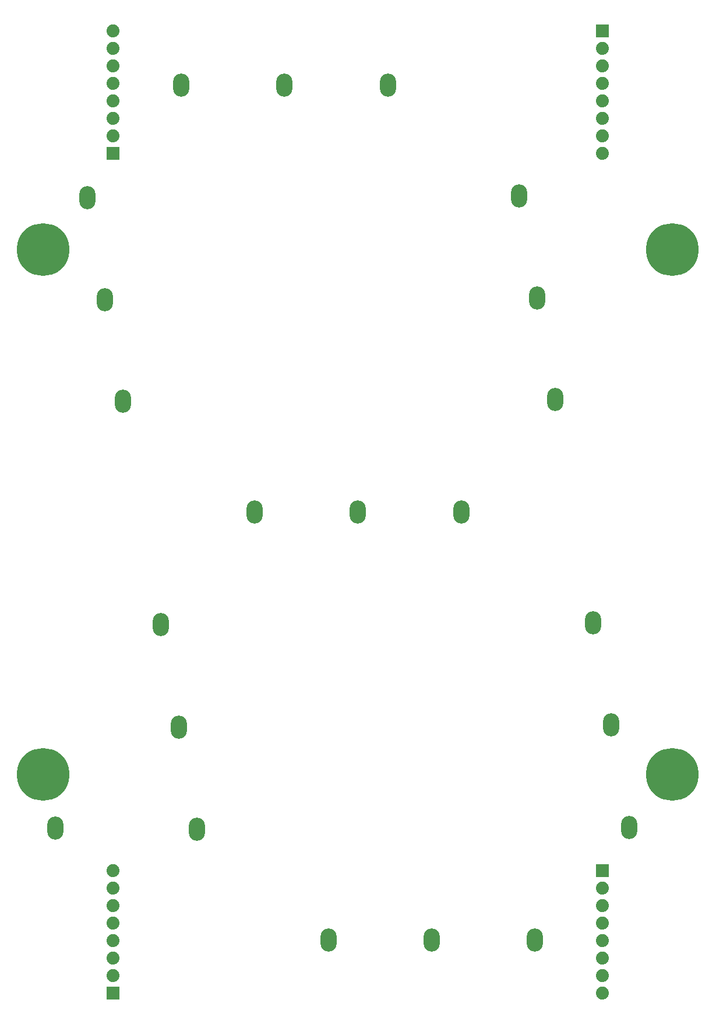
<source format=gbs>
G04 #@! TF.FileFunction,Soldermask,Bot*
%FSLAX45Y45*%
G04 Gerber Fmt 4.5, Leading zero omitted, Abs format (unit mm)*
G04 Created by KiCad (PCBNEW (2015-01-16 BZR 5376)-product) date 3/22/2015 17:44:56*
%MOMM*%
G01*
G04 APERTURE LIST*
%ADD10C,0.254000*%
%ADD11O,2.355600X3.355600*%
%ADD12R,1.879600X1.879600*%
%ADD13C,1.879600*%
%ADD14C,7.655600*%
G04 APERTURE END LIST*
D10*
D11*
X8748948Y6009653D03*
D12*
X8890000Y2413000D03*
D13*
X8890000Y2159000D03*
X8890000Y1905000D03*
X8890000Y1651000D03*
X8890000Y1397000D03*
X8890000Y1143000D03*
X8890000Y889000D03*
X8890000Y635000D03*
D14*
X762000Y3810000D03*
D12*
X8890000Y14605000D03*
D13*
X8890000Y14351000D03*
X8890000Y14097000D03*
X8890000Y13843000D03*
X8890000Y13589000D03*
X8890000Y13335000D03*
X8890000Y13081000D03*
X8890000Y12827000D03*
D12*
X1778000Y635000D03*
D13*
X1778000Y889000D03*
X1778000Y1143000D03*
X1778000Y1397000D03*
X1778000Y1651000D03*
X1778000Y1905000D03*
X1778000Y2159000D03*
X1778000Y2413000D03*
D12*
X1778000Y12827000D03*
D13*
X1778000Y13081000D03*
X1778000Y13335000D03*
X1778000Y13589000D03*
X1778000Y13843000D03*
X1778000Y14097000D03*
X1778000Y14351000D03*
X1778000Y14605000D03*
D14*
X9906000Y11430000D03*
X9906000Y3810000D03*
X762000Y11430000D03*
D11*
X7678645Y12208130D03*
X5766945Y13816100D03*
X4266990Y13816100D03*
X2767035Y13816100D03*
X1920105Y9226835D03*
X1659640Y10703990D03*
X934670Y3033990D03*
X3833900Y7621120D03*
X5334020Y7621120D03*
X6834140Y7621120D03*
X1399175Y12181145D03*
X7939110Y10730960D03*
X8199575Y9253790D03*
X9010425Y4526745D03*
X9271903Y3043838D03*
X7907480Y1405430D03*
X6407360Y1405430D03*
X4907240Y1405430D03*
X2469478Y5982713D03*
X2730955Y4499805D03*
X2992433Y3016898D03*
M02*

</source>
